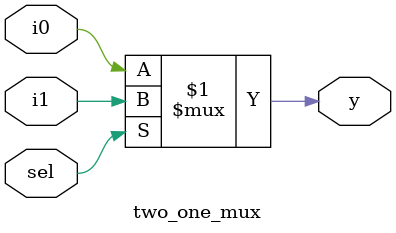
<source format=v>
module two_one_mux(input i0, i1, sel, output y);
  assign y = (sel)? i1: i0;
endmodule

</source>
